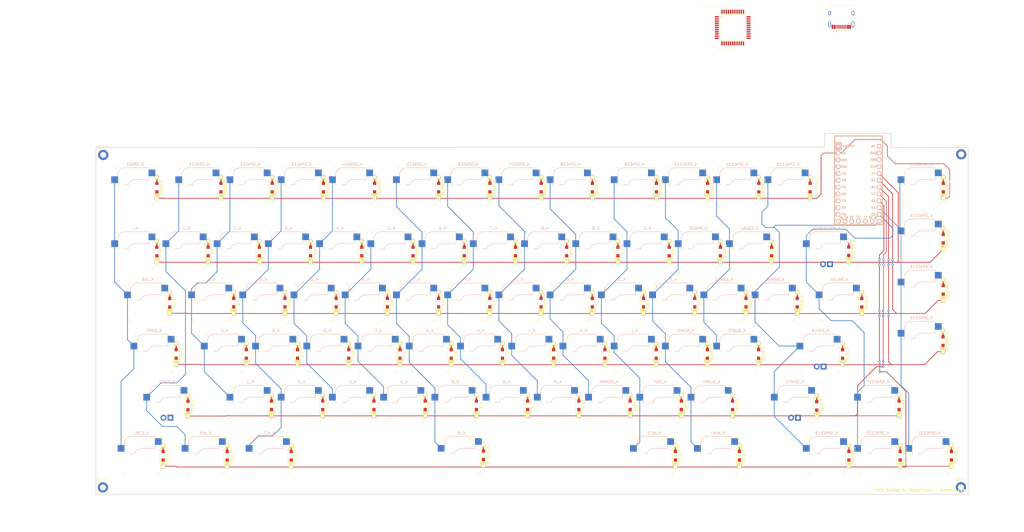
<source format=kicad_pcb>
(kicad_pcb (version 20211014) (generator pcbnew)
  (layers (0 "F.Cu" signal) (31 "B.Cu" signal) (34 "B.Paste" user) (35 "F.Paste" user) (36 "B.SilkS" user "B.Silkscreen") (37 "F.SilkS" user "F.Silkscreen") (38 "B.Mask" user) (39 "F.Mask" user) (44 "Edge.Cuts" user))
  (net 0 "")
  (net 1 "GND")
  (net 2 "/col16")
  (footprint "keyboard_parts:D_SOD123_axial" (layer "F.Cu") (at 232.32 140.95 90)
    (fp_text reference "D_5")
    (fp_text value "D" hide)
  )
  (footprint "keyboard_parts:D_SOD123_axial" (layer "F.Cu") (at 274.95 198.2 90)
    (fp_text reference "D_N")
    (fp_text value "D" hide)
  )
  (footprint "keyswitches:Kailh_socket_MX_led stab" (layer "F.Cu") (at 383.73625 178.68)
    (fp_text reference "K_ENTER")
    (fp_text value "KEYSW")
  )
  (footprint "keyboard_parts:D_SOD123_axial" (layer "F.Cu") (at 382.45 198.43 90)
    (fp_text reference "D_SHIFT1")
    (fp_text value "D" hide)
  )
  (footprint "keyboard_parts:D_SOD123_axial" (layer "F.Cu") (at 429.5075 117.17 90)
    (fp_text reference "D_SPACE13")
    (fp_text value "D" hide)
  )
  (footprint "keyboard_parts:D_SOD123_axial" (layer "F.Cu") (at 218.0525 117.17 90)
    (fp_text reference "D_SPACE4")
    (fp_text value "D" hide)
  )
  (footprint "keyswitches:Kailh_socket_MX" (layer "F.Cu") (at 290.8675 159.63)
    (fp_text reference "K_I")
    (fp_text value "KEYSW")
  )
  (footprint "keyswitches:Kailh_socket_MX" (layer "F.Cu") (at 338.4925 140.58)
    (fp_text reference "K_MINUS")
    (fp_text value "KEYSW")
  )
  (footprint "keyswitches:Kailh_socket_MX" (layer "F.Cu") (at 295.63 178.68)
    (fp_text reference "K_K")
    (fp_text value "KEYSW")
  )
  (footprint "keyswitches:Kailh_socket_MX" (layer "F.Cu") (at 243.2425 140.58)
    (fp_text reference "K_6")
    (fp_text value "KEYSW")
  )
  (footprint "keyboard_parts:D_SOD123_axial" (layer "F.Cu") (at 203.745 160 90)
    (fp_text reference "D_E")
    (fp_text value "D" hide)
  )
  (footprint "keyboard_parts:D_SOD123_axial" (layer "F.Cu") (at 170.33 179.1 90)
    (fp_text reference "D_A")
    (fp_text value "D" hide)
  )
  (footprint "keyboard_parts:D_SOD123_axial" (layer "F.Cu") (at 194.22 140.95 90)
    (fp_text reference "D_3")
    (fp_text value "D" hide)
  )
  (footprint "keyboard_parts:D_SOD123_axial" (layer "F.Cu") (at 251.37 140.95 90)
    (fp_text reference "D_6")
    (fp_text value "D" hide)
  )
  (footprint "keyboard_parts:D_SOD123_axial" (layer "F.Cu") (at 198.75 198.2 90)
    (fp_text reference "D_X")
    (fp_text value "D" hide)
  )
  (footprint "keyswitches:Kailh_socket_MX" (layer "F.Cu") (at 343.255 197.73)
    (fp_text reference "K_SLASH")
    (fp_text value "KEYSW")
  )
  (footprint "keyboard_parts:D_SOD123_axial" (layer "F.Cu") (at 298.995 160 90)
    (fp_text reference "D_I")
    (fp_text value "D" hide)
  )
  (footprint "keyboard_parts:D_SOD123_axial" (layer "F.Cu") (at 289.47 140.95 90)
    (fp_text reference "D_8")
    (fp_text value "D" hide)
  )
  (footprint "keyboard_parts:D_SOD123_axial" (layer "F.Cu") (at 227.48 179.1 90)
    (fp_text reference "D_F")
    (fp_text value "D" hide)
  )
  (footprint "keyswitches:Kailh_socket_MX" (layer "F.Cu") (at 195.6175 159.63)
    (fp_text reference "K_E")
    (fp_text value "KEYSW")
  )
  (footprint "keyboard_parts:D_SOD123_axial" (layer "F.Cu") (at 284.63 179.1 90)
    (fp_text reference "D_J")
    (fp_text value "D" hide)
  )
  (footprint "keyboard_parts:D_SOD123_axial" (layer "F.Cu") (at 429.4875 136.1875 90)
    (fp_text reference "D_SPACE14")
    (fp_text value "D" hide)
  )
  (footprint "keyswitches:Kailh_socket_MX" (layer "F.Cu") (at 257.53 178.68)
    (fp_text reference "K_H")
    (fp_text value "KEYSW")
  )
  (footprint "keyswitches:Kailh_socket_MX" (layer "F.Cu") (at 271.8175 116.7675)
    (fp_text reference "K_SPACE7")
    (fp_text value "KEYSW")
  )
  (footprint "keyboard_parts:D_SOD123_axial" (layer "F.Cu") (at 217.8 198.2 90)
    (fp_text reference "D_C")
    (fp_text value "D" hide)
  )
  (footprint "keyswitches:Kailh_socket_MX" (layer "F.Cu") (at 147.9925 140.58)
    (fp_text reference "K_1")
    (fp_text value "KEYSW")
  )
  (footprint "keyboard_parts:D_SOD123_axial" (layer "F.Cu") (at 137.07 140.95 90)
    (fp_text reference "D_`")
    (fp_text value "D" hide)
  )
  (footprint "keyswitches:Kailh_socket_MX" (layer "F.Cu") (at 271.8175 159.63)
    (fp_text reference "K_U")
    (fp_text value "KEYSW")
  )
  (footprint "keyswitches:Kailh_socket_MX" (layer "F.Cu") (at 390.88 159.63)
    (fp_text reference "K_BSLSH")
    (fp_text value "KEYSW")
  )
  (footprint "Keebio-Parts:ATMEGA32U4-AU" (layer "F.Cu") (at 351.2 57.6)
    (fp_text reference "ATMEGA32U4-AU")
    (fp_text value "MCU**")
  )
  (footprint "keyboard_parts:D_SOD123_axial" (layer "F.Cu") (at 165.645 160 90)
    (fp_text reference "D_Q")
    (fp_text value "D" hide)
  )
  (footprint "Connector_USB:USB_C_Receptacle_HRO_TYPE-C-31-M-12" (layer "F.Cu") (at 391.59 53.3 180)
    (fp_text reference "REF**")
    (fp_text value "USB_C_Receptacle_HRO_TYPE-C-31-M-12")
  )
  (footprint "keyboard_parts:D_SOD123_axial" (layer "F.Cu") (at 413.46 216.97 90)
    (fp_text reference "D_SPACE20")
    (fp_text value "D" hide)
  )
  (footprint "keyswitches:Kailh_socket_MX" (layer "F.Cu") (at 250.35 216.76)
    (fp_text reference "K_B")
    (fp_text value "KEYSW")
  )
  (footprint "keyswitches:Kailh_socket_MX" (layer "F.Cu") (at 309.9175 159.63)
    (fp_text reference "K_O")
    (fp_text value "KEYSW")
  )
  (footprint "keyboard_parts:D_SOD123_axial" (layer "F.Cu") (at 329.89 217 90)
    (fp_text reference "D_ALT1")
    (fp_text value "D" hide)
  )
  (footprint "keyswitches:Kailh_socket_MX" (layer "F.Cu") (at 176.5675 159.63)
    (fp_text reference "K_W")
    (fp_text value "KEYSW")
  )
  (footprint "keyswitches:Kailh_socket_MX" (layer "F.Cu") (at 319.4425 140.58)
    (fp_text reference "K_0")
    (fp_text value "KEYSW")
  )
  (footprint "keyswitches:Kailh_socket_MX" (layer "F.Cu") (at 136.08625 178.68)
    (fp_text reference "K_CAPS")
    (fp_text value "KEYSW")
  )
  (footprint "keyswitches:Kailh_socket_MX" (layer "F.Cu") (at 371.83 116.7675)
    (fp_text reference "K_SPACE12")
    (fp_text value "KEYSW")
  )
  (footprint "keyswitches:Kailh_socket_MX" (layer "F.Cu") (at 157.5175 159.63)
    (fp_text reference "K_Q")
    (fp_text value "KEYSW")
  )
  (footprint "keyswitches:Kailh_socket_MX" (layer "F.Cu") (at 214.6675 159.63)
    (fp_text reference "K_R")
    (fp_text value "KEYSW")
  )
  (footprint "keyboard_parts:D_SOD123_axial" (layer "F.Cu") (at 365.67 140.95 90)
    (fp_text reference "D_EQUAL")
    (fp_text value "D" hide)
  )
  (footprint "keyswitches:Kailh_socket_MX" (layer "F.Cu") (at 276.58 178.68)
    (fp_text reference "K_J")
    (fp_text value "KEYSW")
  )
  (footprint "keyboard_parts:D_SOD123_axial" (layer "F.Cu") (at 179.9525 117.17 90)
    (fp_text reference "D_SPACE2")
    (fp_text value "D" hide)
  )
  (footprint "keyswitches:Kailh_socket_MX" (layer "F.Cu") (at 328.9675 159.63)
    (fp_text reference "K_P")
    (fp_text value "KEYSW")
  )
  (footprint "keyswitches:Kailh_socket_MX" (layer "F.Cu") (at 200.38 178.68)
    (fp_text reference "K_D")
    (fp_text value "KEYSW")
  )
  (footprint "keyboard_parts:D_SOD123_axial" (layer "F.Cu") (at 144.25 179.07 90)
    (fp_text reference "D_CAPS")
    (fp_text value "D" hide)
  )
  (footprint "keyswitches:Kailh_socket_MX" (layer "F.Cu") (at 209.905 116.7675)
    (fp_text reference "K_SPACE4")
    (fp_text value "KEYSW")
  )
  (footprint "keyswitches:Kailh_socket_MX" (layer "F.Cu") (at 248.005 197.73)
    (fp_text reference "K_B")
    (fp_text value "KEYSW")
  )
  (footprint "keyswitches:Kailh_socket_MX" (layer "F.Cu") (at 324.205 197.73)
    (fp_text reference "K_DOT")
    (fp_text value "KEYSW")
  )
  (footprint "keyswitches:Kailh_socket_MX" (layer "F.Cu") (at 233.7175 116.7675)
    (fp_text reference "K_SPACE5")
    (fp_text value "KEYSW")
  )
  (footprint "keyboard_parts:D_SOD123_axial" (layer "F.Cu") (at 327.57 140.95 90)
    (fp_text reference "D_0")
    (fp_text value "D" hide)
  )
  (footprint "keyboard_parts:D_SOD123_axial" (layer "F.Cu") (at 303.68 179.1 90)
    (fp_text reference "D_K")
    (fp_text value "D" hide)
  )
  (footprint "keyboard_parts:D_SOD123_axial" (layer "F.Cu") (at 360.9275 117.17 90)
    (fp_text reference "D_SPACE11")
    (fp_text value "D" hide)
  )
  (footprint "keyboard_parts:D_SOD123_axial" (layer "F.Cu") (at 351.15 198.2 90)
    (fp_text reference "D_SLASH")
    (fp_text value "D" hide)
  )
  (footprint "keyboard_parts:D_SOD123_axial" (layer "F.Cu") (at 318.045 160 90)
    (fp_text reference "D_O")
    (fp_text value "D" hide)
  )
  (footprint "keyboard_parts:D_SOD123_axial" (layer "F.Cu") (at 341.78 179.1 90)
    (fp_text reference "D_SEMIC")
    (fp_text value "D" hide)
  )
  (footprint "keyboard_parts:D_SOD123_axial" (layer "F.Cu") (at 265.58 179.1 90)
    (fp_text reference "D_H")
    (fp_text value "D" hide)
  )
  (footprint "keyboard_parts:D_SOD123_axial" (layer "F.Cu") (at 294 198.2 90)
    (fp_text reference "D_M")
    (fp_text value "D" hide)
  )
  (footprint "keyboard_parts:D_SOD123_axial" (layer "F.Cu") (at 199.0025 117.17 90)
    (fp_text reference "D_SPACE3")
    (fp_text value "D" hide)
  )
  (footprint "keyswitches:Kailh_socket_MX" (layer "F.Cu") (at 181.33 178.68)
    (fp_text reference "K_S")
    (fp_text value "KEYSW")
  )
  (footprint "keyswitches:Kailh_socket_MX" (layer "F.Cu") (at 152.755 116.7675)
    (fp_text reference "K_SPACE1")
    (fp_text value "KEYSW")
  )
  (footprint "keyswitches:Kailh_socket_MX" (layer "F.Cu") (at 190.855 116.7675)
    (fp_text reference "K_SPACE3")
    (fp_text value "KEYSW")
  )
  (footprint "keyswitches:Kailh_socket_MX" (layer "F.Cu") (at 367.0675 159.63)
    (fp_text reference "K_OBRAC")
    (fp_text value "KEYSW")
  )
  (footprint "MountingHole:MountingHole_2.2mm_M2_DIN965_Pad" (layer "F.Cu") (at 117.11 105.01)
    (fp_text reference "REF**")
    (fp_text value "MountingHole_2.2mm_M2_DIN965_Pad")
  )
  (footprint "keyswitches:Kailh_socket_MX" (layer "F.Cu") (at 167.0425 140.58)
    (fp_text reference "K_2")
    (fp_text value "KEYSW")
  )
  (footprint "keyboard_parts:D_SOD123_axial" (layer "F.Cu") (at 360.83 179.1 90)
    (fp_text reference "D_QUOTE")
    (fp_text value "D" hide)
  )
  (footprint "keyboard_parts:D_SOD123_axial" (layer "F.Cu") (at 148.63 198.3 90)
    (fp_text reference "D_SHIFT")
    (fp_text value "D" hide)
  )
  (footprint "keyboard_parts:D_SOD123_axial" (layer "F.Cu") (at 394.41 216.97 90)
    (fp_text reference "D_SPACE19")
    (fp_text value "D" hide)
  )
  (footprint "keyboard_parts:D_SOD123_axial" (layer "F.Cu") (at 337.095 160 90)
    (fp_text reference "D_P")
    (fp_text value "D" hide)
  )
  (footprint "keyswitches:Kailh_socket_MX" (layer "F.Cu") (at 190.855 197.73)
    (fp_text reference "K_X")
    (fp_text value "KEYSW")
  )
  (footprint "keyboard_parts:D_SOD123_axial" (layer "F.Cu") (at 139.39 217 90)
    (fp_text reference "D_CTRL")
    (fp_text value "D" hide)
  )
  (footprint "keyswitches:Kailh_socket_MX" (layer "F.Cu") (at 186.0925 140.58)
    (fp_text reference "K_3")
    (fp_text value "KEYSW")
  )
  (footprint "keyswitches:Kailh_socket_MX" (layer "F.Cu") (at 155.13625 216.78)
    (fp_text reference "K_WIN")
    (fp_text value "KEYSW")
  )
  (footprint "keyboard_parts:D_SOD123_axial" (layer "F.Cu") (at 179.7 198.2 90)
    (fp_text reference "D_Z")
    (fp_text value "D" hide)
  )
  (footprint "keyswitches:Kailh_socket_MX" (layer "F.Cu") (at 178.94875 216.78)
    (fp_text reference "K_ALT")
    (fp_text value "KEYSW")
  )
  (footprint "keyboard_parts:D_SOD123_axial" (layer "F.Cu") (at 184.695 160 90)
    (fp_text reference "D_W")
    (fp_text value "D" hide)
  )
  (footprint "keyboard_parts:D_SOD123_axial" (layer "F.Cu") (at 299.015 117.17 90)
    (fp_text reference "D_SPACE8")
    (fp_text value "D" hide)
  )
  (footprint "keyswitches:Kailh_socket_MX" (layer "F.Cu") (at 405.1675 197.73)
    (fp_text reference "K_SPACE17")
    (fp_text value "KEYSW")
  )
  (footprint "keyboard_parts:D_SOD123_axial" (layer "F.Cu") (at 341.8775 117.17 90)
    (fp_text reference "D_SPACE10")
    (fp_text value "D" hide)
  )
  (footprint "keyboard_parts:D_SOD123_axial" (layer "F.Cu") (at 353.7025 217 90)
    (fp_text reference "D_WIN1")
    (fp_text value "D" hide)
  )
  (footprint "keyswitches:Kailh_socket_MX_led stab" (layer "F.Cu") (at 374.21125 197.73)
    (fp_text reference "K_SHIFT1")
    (fp_text value "KEYSW")
  )
  (footprint "keyboard_parts:D_SOD123_axial" (layer "F.Cu") (at 236.85 198.2 90)
    (fp_text reference "D_V")
    (fp_text value "D" hide)
  )
  (footprint "keyswitches:Kailh_socket_MX" (layer "F.Cu") (at 133.705 159.63)
    (fp_text reference "K_TAB")
    (fp_text value "KEYSW")
  )
  (footprint "keyboard_parts:D_SOD123_axial" (layer "F.Cu") (at 189.38 179.1 90)
    (fp_text reference "D_S")
    (fp_text value "D" hide)
  )
  (footprint "keyboard_parts:D_SOD123_axial" (layer "F.Cu") (at 246.53 179.1 90)
    (fp_text reference "D_G")
    (fp_text value "D" hide)
  )
  (footprint "keyboard_parts:D_SOD123_axial" (layer "F.Cu") (at 241.865 117.17 90)
    (fp_text reference "D_SPACE5")
    (fp_text value "D" hide)
  )
  (footprint "keyswitches:Kailh_socket_MX" (layer "F.Cu") (at 224.1925 140.58)
    (fp_text reference "K_5")
    (fp_text value "KEYSW")
  )
  (footprint "keyboard_parts:D_SOD123_axial" (layer "F.Cu") (at 258.5 216.79 90)
    (fp_text reference "D_SPACE18")
    (fp_text value "D" hide)
  )
  (footprint "keyboard_parts:D_SOD123_axial" (layer "F.Cu") (at 141.86 160.06 90)
    (fp_text reference "D_TAB")
    (fp_text value "D" hide)
  )
  (footprint "keyswitches:Kailh_socket_MX" (layer "F.Cu") (at 421.36 154.8675)
    (fp_text reference "K_SPACE15")
    (fp_text value "KEYSW")
  )
  (footprint "keyboard_parts:D_SOD123_axial" (layer "F.Cu") (at 260.895 160 90)
    (fp_text reference "D_Y")
    (fp_text value "D" hide)
  )
  (footprint "keyswitches:Kailh_socket_MX" (layer "F.Cu") (at 252.7675 116.7675)
    (fp_text reference "K_SPACE6")
    (fp_text value "KEYSW")
  )
  (footprint "keyswitches:Kailh_socket_MX" (layer "F.Cu") (at 209.905 197.73)
    (fp_text reference "K_C")
    (fp_text value "KEYSW")
  )
  (footprint "keyboard_parts:D_SOD123_axial" (layer "F.Cu") (at 175.17 140.95 90)
    (fp_text reference "D_2")
    (fp_text value "D" hide)
  )
  (footprint "MountingHole:MountingHole_2.2mm_M2_DIN965_Pad" (layer "F.Cu") (at 436.07 228.7)
    (fp_text reference "REF**")
    (fp_text value "MountingHole_2.2mm_M2_DIN965_Pad")
  )
  (footprint "MountingHole:MountingHole_2.2mm_M2_DIN965_Pad" (layer "F.Cu") (at 117.02 228.77)
    (fp_text reference "REF**")
    (fp_text value "MountingHole_2.2mm_M2_DIN965_Pad")
  )
  (footprint "keyboard_parts:D_SOD123_axial" (layer "F.Cu") (at 163.2025 217 90)
    (fp_text reference "D_WIN")
    (fp_text value "D" hide)
  )
  (footprint "keyboard_parts:D_SOD123_axial" (layer "F.Cu") (at 255.9 198.2 90)
    (fp_text reference "D_B")
    (fp_text value "D" hide)
  )
  (footprint "keyswitches:Kailh_socket_MX" (layer "F.Cu") (at 421.36 116.7675)
    (fp_text reference "K_SPACE13")
    (fp_text value "KEYSW")
  )
  (footprint "keyboard_parts:D_SOD123_axial" (layer "F.Cu") (at 356.145 160 90)
    (fp_text reference "D_CBRAC")
    (fp_text value "D" hide)
  )
  (footprint "keyswitches:Kailh_socket_MX" (layer "F.Cu") (at 421.36 173.9175)
    (fp_text reference "K_SPACE16")
    (fp_text value "KEYSW")
  )
  (footprint "keyswitches:Kailh_socket_MX" (layer "F.Cu") (at 171.805 116.7675)
    (fp_text reference "K_SPACE2")
    (fp_text value "KEYSW")
  )
  (footprint "keyboard_parts:D_SOD123_axial" (layer "F.Cu") (at 332.1 198.2 90)
    (fp_text reference "D_DOT")
    (fp_text value "D" hide)
  )
  (footprint "keyswitches:Kailh_socket_MX" (layer "F.Cu") (at 314.68 116.7675)
    (fp_text reference "K_SPACE9")
    (fp_text value "KEYSW")
  )
  (footprint "keyswitches:Kailh_socket_MX" (layer "F.Cu") (at 352.78 116.7675)
    (fp_text reference "K_SPACE11")
    (fp_text value "KEYSW")
  )
  (footprint "keyswitches:Kailh_socket_MX" (layer "F.Cu") (at 421.36 135.8175)
    (fp_text reference "K_SPACE14")
    (fp_text value "KEYSW")
  )
  (footprint "keyboard_parts:D_SOD123_axial" (layer "F.Cu") (at 241.845 160 90)
    (fp_text reference "D_T")
    (fp_text value "D" hide)
  )
  (footprint "keyswitches:Kailh_socket_MX" (layer "F.Cu") (at 424.2175 216.78)
    (fp_text reference "K_SPACE21")
    (fp_text value "KEYSW")
  )
  (footprint "keyboard_parts:D_SOD123_axial" (layer "F.Cu") (at 208.43 179.1 90)
    (fp_text reference "D_D")
    (fp_text value "D" hide)
  )
  (footprint "keyswitches:Kailh_socket_MX" (layer "F.Cu") (at 262.2925 140.58)
    (fp_text reference "K_7")
    (fp_text value "KEYSW")
  )
  (footprint "keyswitches:Kailh_socket_MX" (layer "F.Cu") (at 290.8675 116.7675)
    (fp_text reference "K_SPACE8")
    (fp_text value "KEYSW")
  )
  (footprint "MountingHole:MountingHole_2.2mm_M2_DIN965_Pad" (layer "F.Cu") (at 436.18 104.79)
    (fp_text reference "REF**")
    (fp_text value "MountingHole_2.2mm_M2_DIN965_Pad")
  )
  (footprint "keyswitches:Kailh_socket_MX" (layer "F.Cu") (at 352.78 178.68)
    (fp_text reference "K_QUOTE")
    (fp_text value "KEYSW")
  )
  (footprint "keyboard_parts:D_SOD123_axial" (layer "F.Cu") (at 137.09 117.17 90)
    (fp_text reference "D_SPACE")
    (fp_text value "D" hide)
  )
  (footprint "keyswitches:Kailh_socket_MX" (layer "F.Cu") (at 357.5425 140.58)
    (fp_text reference "K_EQUAL")
    (fp_text value "KEYSW")
  )
  (footprint "keyswitches:Kailh_socket_MX" (layer "F.Cu") (at 314.68 178.68)
    (fp_text reference "K_L")
    (fp_text value "KEYSW")
  )
  (footprint "keyswitches:Kailh_socket_MX" (layer "F.Cu") (at 228.955 197.73)
    (fp_text reference "K_V")
    (fp_text value "KEYSW")
  )
  (footprint "keyboard_parts:D_SOD123_axial" (layer "F.Cu") (at 392.06 179.1 90)
    (fp_text reference "D_ENTER")
    (fp_text value "D" hide)
  )
  (footprint "keyboard_parts:D_SOD123_axial" (layer "F.Cu") (at 156.12 140.95 90)
    (fp_text reference "D_1")
    (fp_text value "D" hide)
  )
  (footprint "keyboard_parts:D_SOD123_axial" (layer "F.Cu") (at 279.965 117.17 90)
    (fp_text reference "D_SPACE7")
    (fp_text value "D" hide)
  )
  (footprint "keyswitches:Kailh_socket_MX" (layer "F.Cu") (at 345.63625 216.78)
    (fp_text reference "K_WIN1")
    (fp_text value "KEYSW")
  )
  (footprint "keyboard_parts:D_SOD123_axial" (layer "F.Cu") (at 222.795 160 90)
    (fp_text reference "D_R")
    (fp_text value "D" hide)
  )
  (footprint "keyswitches:Kailh_socket_MX" (layer "F.Cu") (at 171.805 197.73)
    (fp_text reference "K_Z")
    (fp_text value "KEYSW")
  )
  (footprint "keyboard_parts:D_SOD123_axial" (layer "F.Cu") (at 413.0625 198.2 90)
    (fp_text reference "D_SPACE17")
    (fp_text value "D" hide)
  )
  (footprint "keyswitches:Kailh_socket_MX" (layer "F.Cu") (at 321.82375 216.78)
    (fp_text reference "K_ALT1")
    (fp_text value "KEYSW")
  )
  (footprint "keyswitches:Kailh_socket_MX_led stab" (layer "F.Cu") (at 140.84875 197.73)
    (fp_text reference "K_SHIFT")
    (fp_text value "KEYSW")
  )
  (footprint "keyboard_parts:D_SOD123_axial" (layer "F.Cu") (at 313.05 198.2 90)
    (fp_text reference "D_COMMA")
    (fp_text value "D" hide)
  )
  (footprint "keyboard_parts:D_SOD123_axial" (layer "F.Cu") (at 213.27 140.95 90)
    (fp_text reference "D_4")
    (fp_text value "D" hide)
  )
  (footprint "keyboard_parts:D_SOD123_axial" (layer "F.Cu") (at 394.34 140.87 90)
    (fp_text reference "D_BACKSPACE")
    (fp_text value "D" hide)
  )
  (footprint "keyswitches:Kailh_socket_MX" (layer "F.Cu") (at 267.055 197.73)
    (fp_text reference "K_N")
    (fp_text value "KEYSW")
  )
  (footprint "keyboard_parts:D_SOD123_axial" (layer "F.Cu") (at 429.4875 155.2375 90)
    (fp_text reference "D_SPACE15")
    (fp_text value "D" hide)
  )
  (footprint "keyboard_parts:D_SOD123_axial" (layer "F.Cu") (at 270.42 140.95 90)
    (fp_text reference "D_7")
    (fp_text value "D" hide)
  )
  (footprint "keyswitches:Kailh_socket_MX" (layer "F.Cu") (at 386.1175 216.78)
    (fp_text reference "K_SPACE19")
    (fp_text value "KEYSW")
  )
  (footprint "marbastlib-mx:STAB_MX_6u" (layer "F.Cu") (at 250.38625 216.78)
    (fp_text reference "K_SPACE18" hide)
    (fp_text value "KEYSW")
  )
  (footprint "keyswitches:Kailh_socket_MX" (layer "F.Cu") (at 131.32375 216.78)
    (fp_text reference "K_CTRL")
    (fp_text value "KEYSW")
  )
  (footprint "keyswitches:Kailh_socket_MX" (layer "F.Cu") (at 333.73 116.7675)
    (fp_text reference "K_SPACE10")
    (fp_text value "KEYSW")
  )
  (footprint "keyboard_parts:D_SOD123_axial" (layer "F.Cu") (at 429.41 174.3375 90)
    (fp_text reference "D_SPACE16")
    (fp_text value "D" hide)
  )
  (footprint "keyboard_parts:D_SOD123_axial" (layer "F.Cu") (at 379.9775 117.17 90)
    (fp_text reference "D_SPACE12")
    (fp_text value "D" hide)
  )
  (footprint "keyswitches:Kailh_socket_MX" (layer "F.Cu") (at 333.73 178.68)
    (fp_text reference "K_SEMIC")
    (fp_text value "KEYSW")
  )
  (footprint "keyswitches:Kailh_socket_MX" (layer "F.Cu") (at 305.155 197.73)
    (fp_text reference "K_COMMA")
    (fp_text value "KEYSW")
  )
  (footprint "keyswitches:Kailh_socket_MX" (layer "F.Cu") (at 233.7175 159.63)
    (fp_text reference "K_T")
    (fp_text value "KEYSW")
  )
  (footprint "keyboard_parts:D_SOD123_axial" (layer "F.Cu") (at 322.73 179.1 90)
    (fp_text reference "D_L")
    (fp_text value "D" hide)
  )
  (footprint "keyboard_parts:D_SOD123_axial" (layer "F.Cu") (at 322.8275 117.17 90)
    (fp_text reference "D_SPACE9")
    (fp_text value "D" hide)
  )
  (footprint "keyswitches:Kailh_socket_MX" (layer "F.Cu") (at 205.1425 140.58)
    (fp_text reference "K_4")
    (fp_text value "KEYSW")
  )
  (footprint "keyswitches:Kailh_socket_MX" (layer "F.Cu") (at 405.1675 216.78)
    (fp_text reference "K_SPACE20")
    (fp_text value "KEYSW")
  )
  (footprint "keyboard_parts:D_SOD123_axial" (layer "F.Cu") (at 375.195 160 90)
    (fp_text reference "D_OBRAC")
    (fp_text value "D" hide)
  )
  (footprint "keyboard_parts:D_SOD123_axial" (layer "F.Cu") (at 399.2 160.03 90)
    (fp_text reference "D_BSLSH")
    (fp_text value "D" hide)
  )
  (footprint "keyswitches:Kailh_socket_MX" (layer "F.Cu") (at 286.105 197.73)
    (fp_text reference "K_M")
    (fp_text value "KEYSW")
  )
  (footprint "keyboard_parts:D_SOD123_axial" (layer "F.Cu") (at 187.015 217 90)
    (fp_text reference "D_ALT")
    (fp_text value "D" hide)
  )
  (footprint "keyboard_parts:D_SOD123_axial" (layer "F.Cu") (at 279.945 160 90)
    (fp_text reference "D_U")
    (fp_text value "D" hide)
  )
  (footprint "keyswitches:Kailh_socket_MX" (layer "F.Cu") (at 128.9425 116.7675)
    (fp_text reference "K_SPACE")
    (fp_text value "KEYSW")
  )
  (footprint "keyboard_parts:D_SOD123_axial" (layer "F.Cu") (at 308.52 140.95 90)
    (fp_text reference "D_9")
    (fp_text value "D" hide)
  )
  (footprint "keyboard_parts:D_SOD123_axial" (layer "F.Cu") (at 432.51 216.97 90)
    (fp_text reference "D_SPACE21")
    (fp_text value "D" hide)
  )
  (footprint "keyboard_parts:D_SOD123_axial" (layer "F.Cu") (at 346.62 140.95 90)
    (fp_text reference "D_MINUS")
    (fp_text value "D" hide)
  )
  (footprint "keyswitches:Kailh_socket_MX" (layer "F.Cu") (at 348.0175 159.63)
    (fp_text reference "K_CBRAC")
    (fp_text value "KEYSW")
  )
  (footprint "keyswitches:Kailh_socket_MX" (layer "F.Cu") (at 281.3425 140.58)
    (fp_text reference "K_8")
    (fp_text value "KEYSW")
  )
  (footprint "keyswitches:Kailh_socket_MX" (layer "F.Cu") (at 219.43 178.68)
    (fp_text reference "K_F")
    (fp_text value "KEYSW")
  )
  (footprint "keyswitches:Kailh_socket_MX" (layer "F.Cu") (at 252.7675 159.63)
    (fp_text reference "K_Y")
    (fp_text value "KEYSW")
  )
  (footprint "keyswitches:Kailh_socket_MX" (layer "F.Cu") (at 300.3925 140.58)
    (fp_text reference "K_9")
    (fp_text value "KEYSW")
  )
  (footprint "keyboard_parts:D_SOD123_axial" (layer "F.Cu") (at 260.915 117.17 90)
    (fp_text reference "D_SPACE6")
    (fp_text value "D" hide)
  )
  (footprint "keyboard_parts:D_SOD123_axial" (layer "F.Cu") (at 160.9025 117.17 90)
    (fp_text reference "D_SPACE1")
    (fp_text value "D" hide)
  )
  (footprint "keyswitches:Kailh_socket_MX" (layer "F.Cu") (at 162.28 178.68)
    (fp_text reference "K_A")
    (fp_text value "KEYSW")
  )
  (footprint "keyswitches:Kailh_socket_MX" (layer "F.Cu") (at 128.9425 140.58)
    (fp_text reference "K_`")
    (fp_text value "KEYSW")
  )
  (footprint "keyswitches:Kailh_socket_MX_led stab" (layer "F.Cu") (at 386.1175 140.58)
    (fp_text reference "K_BACKSPACE")
    (fp_text value "KEYSW")
  )
  (footprint "keyswitches:Kailh_socket_MX" (layer "F.Cu") (at 238.48 178.68)
    (fp_text reference "K_G")
    (fp_text value "KEYSW")
  )
  (footprint "Keebio-Parts:Elite-C" (layer "F.Cu") (at 398 115.74 -90)
    (fp_text reference "U1" hide)
    (fp_text value "Elite-C" hide)
  )
  (gr_line (start 385.36 97.04) (end 410.1 97.02) (layer "Edge.Cuts") (width 0.2))
  (gr_line (start 410.09 97.04) (end 410.09 102.27) (layer "Edge.Cuts") (width 0.2))
  (gr_arc (start 438.7425 231.305) (mid 438.7425 231.305) (end 438.7425 231.305) (layer "Edge.Cuts") (width 0.2))
  (gr_arc (start 114.4175 102.2425) (mid 114.4175 102.2425) (end 114.4175 102.2425) (layer "Edge.Cuts") (width 0.2))
  (gr_arc (start 114.4175 231.305) (mid 114.4175 231.305) (end 114.4175 231.305) (layer "Edge.Cuts") (width 0.2))
  (gr_line (start 438.7425 102.2425) (end 438.7425 231.305) (layer "Edge.Cuts") (width 0.2))
  (gr_line (start 410.08 102.27) (end 438.7425 102.2425) (layer "Edge.Cuts") (width 0.2))
  (gr_line (start 385.36 102.19) (end 114.4175 102.2425) (layer "Edge.Cuts") (width 0.2))
  (gr_line (start 114.4175 231.305) (end 114.4175 102.2425) (layer "Edge.Cuts") (width 0.2))
  (gr_line (start 438.7425 231.305) (end 114.4175 231.305) (layer "Edge.Cuts") (width 0.2))
  (gr_line (start 385.36 102.19) (end 385.36 97.04) (layer "Edge.Cuts") (width 0.2))
  (gr_text "PCB Builder by MisterKeebs - mrkeebs.com" (at 438.2425 229.805) (layer "F.SilkS") (effects (font (size 1 1) (thickness 0.3)) (justify right)))
  (segment (start 396.6 99.27) (end 391.56 104.31) (width 0.2) (layer "F.Cu") (net 0))
  (segment (start 412.13 164.03) (end 422.71 164.03) (width 0.25) (layer "F.Cu") (net 0))
  (segment (start 431.26 121.07) (end 431.91 120.42) (width 0.2) (layer "F.Cu") (net 0))
  (segment (start 405.87 185.75) (end 408.43 185.75) (width 0.25) (layer "F.Cu") (net 0))
  (segment (start 408.71 101.7) (end 406.28 99.27) (width 0.2) (layer "F.Cu") (net 0))
  (segment (start 138.87 121.07) (end 138.9675 121.1675) (width 0.25) (layer "F.Cu") (net 0))
  (segment (start 385.01 104.31) (end 384.06 105.26) (width 0.2) (layer "F.Cu") (net 0))
  (segment (start 162.78 202.13) (end 162.71 202.2) (width 0.25) (layer "F.Cu") (net 0))
  (segment (start 415.58 221.18) (end 144.53 221.18) (width 0.25) (layer "F.Cu") (net 0))
  (segment (start 391.56 104.31) (end 390.38 104.31) (width 0.2) (layer "F.Cu") (net 0))
  (segment (start 407.07 163.02) (end 407.27 162.82) (width 0.2) (layer "F.Cu") (net 0))
  (segment (start 412.13 164.03) (end 410.68 162.58) (width 0.25) (layer "F.Cu") (net 0))
  (segment (start 432.51 220.87) (end 413.46 220.87) (width 0.2) (layer "F.Cu") (net 0))
  (segment (start 409.18 144.04) (end 409.18 120.57) (width 0.25) (layer "F.Cu") (net 0))
  (segment (start 410.24 183.08) (end 422.53 183.08) (width 0.25) (layer "F.Cu") (net 0))
  (segment (start 162.71 202.2) (end 148.63 202.2) (width 0.25) (layer "F.Cu") (net 0))
  (segment (start 413.0625 202.1) (end 394.92 202.1) (width 0.2) (layer "F.Cu") (net 0))
  (segment (start 384.06 105.26) (end 384.06 106.31) (width 0.2) (layer "F.Cu") (net 0))
  (segment (start 406.28 99.27) (end 396.6 99.27) (width 0.2) (layer "F.Cu") (net 0))
  (segment (start 410.68 162.58) (end 410.68 145.86) (width 0.25) (layer "F.Cu") (net 0))
  (segment (start 422.71 164.03) (end 427.6025 159.1375) (width 0.25) (layer "F.Cu") (net 0))
  (segment (start 427.3725 178.2375) (end 429.41 178.2375) (width 0.25) (layer "F.Cu") (net 0))
  (segment (start 148.4225 163.96) (end 141.86 163.96) (width 0.25) (layer "F.Cu") (net 0))
  (segment (start 144.25 220.9) (end 139.39 220.9) (width 0.25) (layer "F.Cu") (net 0))
  (segment (start 148.4925 164.03) (end 148.4225 163.96) (width 0.25) (layer "F.Cu") (net 0))
  (segment (start 427.6025 159.1375) (end 429.4875 159.1375) (width 0.25) (layer "F.Cu") (net 0))
  (segment (start 412.76 119.07) (end 405.62 111.93) (width 0.25) (layer "F.Cu") (net 0))
  (segment (start 412.76 144.98) (end 412.76 119.07) (width 0.25) (layer "F.Cu") (net 0))
  (segment (start 138.9675 121.1675) (end 382.491396 121.1675) (width 0.25) (layer "F.Cu") (net 0))
  (segment (start 408.71 105.45) (end 408.71 101.7) (width 0.2) (layer "F.Cu") (net 0))
  (segment (start 397.65 201.28) (end 397.65 190.84) (width 0.25) (layer "F.Cu") (net 0))
  (segment (start 138.9675 144.98) (end 138.8375 144.85) (width 0.25) (layer "F.Cu") (net 0))
  (segment (start 422.53 183.08) (end 427.3725 178.2375) (width 0.25) (layer "F.Cu") (net 0))
  (segment (start 424.595 144.98) (end 429.4875 140.0875) (width 0.25) (layer "F.Cu") (net 0))
  (segment (start 409.18 120.57) (end 405.62 117.01) (width 0.25) (layer "F.Cu") (net 0))
  (segment (start 144.53 221.18) (end 144.25 220.9) (width 0.25) (layer "F.Cu") (net 0))
  (segment (start 397.65 190.84) (end 404.64 183.85) (width 0.25) (layer "F.Cu") (net 0))
  (segment (start 410.24 183.08) (end 153.255 183.08) (width 0.25) (layer "F.Cu") (net 0))
  (segment (start 408.34 141.14) (end 408.34 122.27) (width 0.2) (layer "F.Cu") (net 0))
  (segment (start 137.09 121.07) (end 138.87 121.07) (width 0.25) (layer "F.Cu") (net 0))
  (segment (start 409.16 182) (end 410.24 183.08) (width 0.25) (layer "F.Cu") (net 0))
  (segment (start 405.78 165.06) (end 405.76 165.04) (width 0.25) (layer "F.Cu") (net 0))
  (segment (start 411.56 108.3) (end 408.71 105.45) (width 0.2) (layer "F.Cu") (net 0))
  (segment (start 405.78 181.98) (end 405.78 165.06) (width 0.25) (layer "F.Cu") (net 0))
  (segment (start 404.64 183.85) (end 407.16 183.85) (width 0.25) (layer "F.Cu") (net 0))
  (segment (start 431.91 120.42) (end 431.91 110.54) (width 0.2) (layer "F.Cu") (net 0))
  (segment (start 394.92 202.1) (end 394.89 202.13) (width 0.2) (layer "F.Cu") (net 0))
  (segment (start 396.8 202.13) (end 397.65 201.28) (width 0.25) (layer "F.Cu") (net 0))
  (segment (start 409.18 145.92) (end 409.18 163.01) (width 0.25) (layer "F.Cu") (net 0))
  (segment (start 390.38 104.31) (end 385.01 104.31) (width 0.2) (layer "F.Cu") (net 0))
  (segment (start 415.58 192.9) (end 415.58 221.18) (width 0.25) (layer "F.Cu") (net 0))
  (segment (start 410.64 119.49) (end 405.62 114.47) (width 0.25) (layer "F.Cu") (net 0))
  (segment (start 405.77 163.03) (end 405.77 145.93) (width 0.25) (layer "F.Cu") (net 0))
  (segment (start 153.145 182.97) (end 144.25 182.97) (width 0.25) (layer "F.Cu") (net 0))
  (segment (start 410.64 144.1) (end 410.64 119.49) (width 0.25) (layer "F.Cu") (net 0))
  (segment (start 407.14 181.91) (end 407.14 164.99) (width 0.2) (layer "F.Cu") (net 0))
  (segment (start 407.4 123.87) (end 405.62 122.09) (width 0.25) (layer "F.Cu") (net 0))
  (segment (start 407.27 143.99) (end 407.27 142.21) (width 0.2) (layer "F.Cu") (net 0))
  (segment (start 153.255 183.08) (end 153.145 182.97) (width 0.25) (layer "F.Cu") (net 0))
  (segment (start 409.18 163.01) (end 409.16 163.03) (width 0.25) (layer "F.Cu") (net 0))
  (segment (start 408.34 122.27) (end 405.62 119.55) (width 0.2) (layer "F.Cu") (net 0))
  (segment (start 408.43 185.75) (end 415.58 192.9) (width 0.25) (layer "F.Cu") (net 0))
  (segment (start 405.77 143.97) (end 405.77 142.26) (width 0.25) (layer "F.Cu") (net 0))
  (segment (start 407.4 140.63) (end 407.4 123.87) (width 0.25) (layer "F.Cu") (net 0))
  (segment (start 407.27 142.21) (end 408.34 141.14) (width 0.2) (layer "F.Cu") (net 0))
  (segment (start 138.9675 144.98) (end 412.76 144.98) (width 0.25) (layer "F.Cu") (net 0))
  (segment (start 409.16 164.87) (end 409.16 182) (width 0.25) (layer "F.Cu") (net 0))
  (segment (start 431.91 110.54) (end 429.67 108.3) (width 0.2) (layer "F.Cu") (net 0))
  (segment (start 148.4925 164.03) (end 412.13 164.03) (width 0.25) (layer "F.Cu") (net 0))
  (segment (start 384.06 119.598896) (end 384.06 106.31) (width 0.25) (layer "F.Cu") (net 0))
  (segment (start 396.8 202.13) (end 394.89 202.13) (width 0.25) (layer "F.Cu") (net 0))
  (segment (start 412.76 144.98) (end 424.09 144.98) (width 0.25) (layer "F.Cu") (net 0))
  (segment (start 429.5075 121.07) (end 431.26 121.07) (width 0.2) (layer "F.Cu") (net 0))
  (segment (start 407.14 164.99) (end 407.15 164.98) (width 0.2) (layer "F.Cu") (net 0))
  (segment (start 424.09 144.98) (end 424.595 144.98) (width 0.25) (layer "F.Cu") (net 0))
  (segment (start 429.67 108.3) (end 411.56 108.3) (width 0.2) (layer "F.Cu") (net 0))
  (segment (start 405.77 142.26) (end 407.4 140.63) (width 0.25) (layer "F.Cu") (net 0))
  (segment (start 394.89 202.13) (end 162.78 202.13) (width 0.25) (layer "F.Cu") (net 0))
  (segment (start 138.8375 144.85) (end 137.07 144.85) (width 0.25) (layer "F.Cu") (net 0))
  (segment (start 409.17 145.93) (end 409.18 145.92) (width 0.25) (layer "F.Cu") (net 0))
  (segment (start 384.06 106.04) (end 384.06 106.31) (width 0.25) (layer "F.Cu") (net 0))
  (segment (start 407.27 162.82) (end 407.27 145.88) (width 0.2) (layer "F.Cu") (net 0))
  (segment (start 382.491396 121.1675) (end 384.06 119.598896) (width 0.25) (layer "F.Cu") (net 0))
  (via (at 407.14 181.91) (size 0.8) (drill 0.4) (layers "F.Cu" "B.Cu") (net 0))
  (via (at 405.77 145.93) (size 0.8) (drill 0.4) (layers "F.Cu" "B.Cu") (net 0))
  (via (at 405.87 185.75) (size 0.8) (drill 0.4) (layers "F.Cu" "B.Cu") (net 0))
  (via (at 407.15 164.98) (size 0.8) (drill 0.4) (layers "F.Cu" "B.Cu") (net 0))
  (via (at 405.77 143.97) (size 0.8) (drill 0.4) (layers "F.Cu" "B.Cu") (net 0))
  (via (at 407.16 183.85) (size 0.8) (drill 0.4) (layers "F.Cu" "B.Cu") (net 0))
  (via (at 407.27 145.88) (size 0.8) (drill 0.4) (layers "F.Cu" "B.Cu") (net 0))
  (via (at 405.76 165.04) (size 0.8) (drill 0.4) (layers "F.Cu" "B.Cu") (net 0))
  (via (at 407.27 143.99) (size 0.8) (drill 0.4) (layers "F.Cu" "B.Cu") (net 0))
  (via (at 410.64 144.1) (size 0.8) (drill 0.4) (layers "F.Cu" "B.Cu") (net 0))
  (via (at 409.16 164.87) (size 0.8) (drill 0.4) (layers "F.Cu" "B.Cu") (net 0))
  (via (at 409.16 163.03) (size 0.8) (drill 0.4) (layers "F.Cu" "B.Cu") (net 0))
  (via (at 409.18 145.92) (size 0.8) (drill 0.4) (layers "F.Cu" "B.Cu") (net 0))
  (via (at 407.07 163.02) (size 0.8) (drill 0.4) (layers "F.Cu" "B.Cu") (net 0))
  (via (at 409.18 144.04) (size 0.8) (drill 0.4) (layers "F.Cu" "B.Cu") (net 0))
  (via (at 410.68 145.86) (size 0.8) (drill 0.4) (layers "F.Cu" "B.Cu") (net 0))
  (via (at 405.77 163.03) (size 0.8) (drill 0.4) (layers "F.Cu" "B.Cu") (net 0))
  (via (at 405.78 181.98) (size 0.8) (drill 0.4) (layers "F.Cu" "B.Cu") (net 0))
  (segment (start 149.9575 157.09) (end 149.9575 171.3775) (width 0.25) (layer "B.Cu") (net 0))
  (segment (start 335.695 211.85875) (end 338.07625 214.24) (width 0.25) (layer "B.Cu") (net 0))
  (segment (start 407.15 164.98) (end 407.15 163.1) (width 0.2) (layer "B.Cu") (net 0))
  (segment (start 183.295 114.2275) (end 183.295 133.2775) (width 0.25) (layer "B.Cu") (net 0))
  (segment (start 128.52625 184.57375) (end 123.76375 189.33625) (width 0.25) (layer "B.Cu") (net 0))
  (segment (start 211.87 176.14) (end 211.87 181.76) (width 0.25) (layer "B.Cu") (net 0))
  (segment (start 366.72 132.02) (end 368.53 133.83) (width 0.25) (layer "B.Cu") (net 0))
  (segment (start 139.16 206.07) (end 144.49 206.07) (width 0.25) (layer "B.Cu") (net 0))
  (segment (start 273.7825 133.9375) (end 273.7825 138.04) (width 0.25) (layer "B.Cu") (net 0))
  (segment (start 269.02 176.14) (end 269.02 179.58) (width 0.25) (layer "B.Cu") (net 0))
  (segment (start 288.07 170.86) (end 288.07 176.14) (width 0.25) (layer "B.Cu") (net 0))
  (segment (start 154.72 176.14) (end 154.72 185.665) (width 0.25) (layer "B.Cu") (net 0))
  (segment (start 404.135 131.195) (end 405.62 129.71) (width 0.25) (layer "B.Cu") (net 0))
  (segment (start 133.28875 200.19875) (end 139.16 206.07) (width 0.25) (layer "B.Cu") (net 0))
  (segment (start 235.6825 138.04) (end 235.6825 147.565) (width 0.25) (layer "B.Cu") (net 0))
  (segment (start 269.02 171.53) (end 269.02 176.14) (width 0.25) (layer "B.Cu") (net 0))
  (segment (start 410.75 132.3) (end 410.75 134.95) (width 0.25) (layer "B.Cu") (net 0))
  (segment (start 273.7825 147.565) (end 264.2575 157.09) (width 0.25) (layer "B.Cu") (net 0))
  (segment (start 207.1075 157.09) (end 207.1075 167.6975) (width 0.25) (layer "B.Cu") (net 0))
  (segment (start 264.2575 166.7675) (end 269.02 171.53) (width 0.25) (layer "B.Cu") (net 0))
  (segment (start 183.295 206.405) (end 180.11 209.59) (width 0.25) (layer "B.Cu") (net 0))
  (segment (start 366.65125 185.665) (end 376.17625 176.14) (width 0.25) (layer "B.Cu") (net 0))
  (segment (start 245.2075 114.2275) (end 245.2075 124.1375) (width 0.25) (layer "B.Cu") (net 0))
  (segment (start 221.395 191.285) (end 221.395 195.19) (width 0.25) (layer "B.Cu") (net 0))
  (segment (start 330.9325 138.04) (end 330.9325 147.565) (width 0.25) (layer "B.Cu") (net 0))
  (segment (start 240.445 211.875) (end 242.79 214.22) (width 0.25) (layer "B.Cu") (net 0))
  (segment (start 368.44 176.14) (end 359.5075 167.2075) (width 0.25) (layer "B.Cu") (net 0))
  (segment (start 297.595 189.035) (end 297.595 195.19) (width 0.25) (layer "B.Cu") (net 0))
  (segment (start 359.5075 155.8325) (end 359.5075 157.09) (width 0.25) (layer "B.Cu") (net 0))
  (segment (start 178.5325 138.04) (end 178.5325 147.565) (width 0.25) (layer "B.Cu") (net 0))
  (segment (start 144.49 189.87) (end 138.60875 189.87) (width 0.25) (layer "B.Cu") (net 0))
  (segment (start 345.22 172.08) (end 345.22 176.14) (width 0.25) (layer "B.Cu") (net 0))
  (segment (start 264.2575 123.9175) (end 274.03 133.69) (width 0.25) (layer "B.Cu") (net 0))
  (segment (start 367.095 131.195) (end 366.27 132.02) (width 0.25) (layer "B.Cu") (net 0))
  (segment (start 207.1075 167.6975) (end 211.87 172.46) (width 0.25) (layer "B.Cu") (net 0))
  (segment (start 254.7325 138.04) (end 254.7325 147.565) (width 0.25) (layer "B.Cu") (net 0))
  (segment (start 307.12 178.55) (end 316.645 188.075) (width 0.25) (layer "B.Cu") (net 0))
  (segment (start 188.0575 157.09) (end 188.0575 167.6575) (width 0.25) (layer "B.Cu") (net 0))
  (segment (start 326.17 182) (end 335.695 191.525) (width 0.25) (layer "B.Cu") (net 0))
  (segment (start 173.77 172.25) (end 173.77 176.14) (width 0.25) (layer "B.Cu") (net 0))
  (segment (start 121.3825 114.2275) (end 121.3825 152.3275) (width 0.25) (layer "B.Cu") (net 0))
  (segment (start 288.07 176.14) (end 288.07 179.51) (width 0.25) (layer "B.Cu") (net 0))
  (segment (start 316.645 188.075) (end 316.645 195.19) (width 0.25) (layer "B.Cu") (net 0))
  (segment (start 123.76375 189.33625) (end 123.76375 214.24) (width 0.25) (layer "B.Cu") (net 0))
  (segment (start 407.16 181.93) (end 407.14 181.91) (width 0.2) (layer "B.Cu") (net 0))
  (segment (start 405.77 145.93) (end 405.77 143.97) (width 0.25) (layer "B.Cu") (net 0))
  (segment (start 264.2575 114.2275) (end 264.2575 123.9175) (width 0.25) (layer "B.Cu") (net 0))
  (segment (start 366.27 132.02) (end 366.72 132.02) (width 0.25) (layer "B.Cu") (net 0))
  (segment (start 183.295 195.19) (end 183.295 206.405) (width 0.25) (layer "B.Cu") (net 0))
  (segment (start 405.62 124.63) (end 413.375 132.385) (width 0.2) (layer "B.Cu") (net 0))
  (segment (start 405.76 165.04) (end 405.76 163.04) (width 0.25) (layer "B.Cu") (net 0))
  (segment (start 169.0075 167.4875) (end 173.77 172.25) (width 0.25) (layer "B.Cu") (net 0))
  (segment (start 383.32 157.09) (end 383.32 162.24) (width 0.25) (layer "B.Cu") (net 0))
  (segment (start 302.3575 167.6475) (end 307.12 172.41) (width 0.25) (layer "B.Cu") (net 0))
  (segment (start 211.87 181.76) (end 221.395 191.285) (width 0.25) (layer "B.Cu") (net 0))
  (segment (start 405.87 182.07) (end 405.78 181.98) (width 0.25) (layer "B.Cu") (net 0))
  (segment (start 180.11 209.59) (end 175.28 209.59) (width 0.25) (layer "B.Cu") (net 0))
  (segment (start 316.645 211.85875) (end 314.26375 214.24) (width 0.25) (layer "B.Cu") (net 0))
  (segment (start 183.295 133.2775) (end 178.5325 138.04) (width 0.25) (layer "B.Cu") (net 0))
  (segment (start 405.62 127.17) (end 410.75 132.3) (width 0.25) (layer "B.Cu") (net 0))
  (segment (start 147.71 186.65) (end 144.49 189.87) (width 0.25) (layer "B.Cu") (net 0))
  (segment (start 249.97 180.84) (end 259.495 190.365) (width 0.25) (layer "B.Cu") (net 0))
  (segment (start 407.15 163.1) (end 407.07 163.02) (width 0.2) (layer "B.Cu") (net 0))
  (segment (start 175.08 209.39) (end 171.38875 213.08125) (width 0.25) (layer "B.Cu") (net 0))
  (segment (start 349.9825 138.04) (end 349.9825 132.5725) (width 0.25) (layer "B.Cu") (net 0))
  (segment (start 283.3075 157.09) (end 283.3075 166.0975) (width 0.25) (layer "B.Cu") (net 0))
  (segment (start 216.6325 138.04) (end 216.6325 147.565) (width 0.25) (layer "B.Cu") (net 0))
  (segment (start 311.8825 133.6225) (end 311.8825 138.04) (width 0.25) (layer "B.Cu") (net 0))
  (segment (start 226.1575 157.09) (end 226.1575 167.7975) (width 0.25) (layer "B.Cu") (net 0))
  (segment (start 249.97 176.14) (end 249.97 180.84) (width 0.25) (layer "B.Cu") (net 0))
  (segment (start 405.87 185.75) (end 405.87 182.07) (width 0.25) (layer "B.Cu") (net 0))
  (segment (start 226.1575 167.7975) (end 230.92 172.56) (width 0.25) (layer "B.Cu") (net 0))
  (segment (start 202.345 114.2275) (end 202.345 133.2775) (width 0.25) (layer "B.Cu") (net 0))
  (segment (start 409.16 163.03) (end 409.16 164.87) (width 0.25) (layer "B.Cu") (net 0))
  (segment (start 407.16 183.85) (end 407.16 181.93) (width 0.2) (layer "B.Cu") (net 0))
  (segment (start 147.57625 209.15625) (end 147.57625 214.24) (width 0.25) (layer "B.Cu") (net 0))
  (segment (start 155.24 152.69) (end 152.09 152.69) (width 0.25) (layer "B.Cu") (net 0))
  (segment (start 349.9825 132.5725) (end 345.22 127.81) (width 0.25) (layer "B.Cu") (net 0))
  (segment (start 240.445 191.775) (end 240.445 195.19) (width 0.25) (layer "B.Cu") (net 0))
  (segment (start 283.3075 114.2275) (end 283.3075 125.0675) (width 0.25) (layer "B.Cu") (net 0))
  (segment (start 188.0575 167.6575) (end 192.82 172.42) (width 0.25) (layer "B.Cu") (net 0))
  (segment (start 413.8 133.2775) (end 413.8 170.9525) (width 0.2) (layer "B.Cu") (net 0))
  (segment (start 362.05 130.67) (end 363.4 132.02) (width 0.25) (layer "B.Cu") (net 0))
  (segment (start 326.17 171.58) (end 326.17 176.14) (width 0.25) (layer "B.Cu") (net 0))
  (segment (start 278.545 189.105) (end 278.545 195.19) (width 0.25) (layer "B.Cu") (net 0))
  (segment (start 133.28875 195.19) (end 133.28875 200.19875) (width 0.25) (layer "B.Cu") (net 0))
  (segment (start 140.4325 138.04) (end 140.4325 148.3925) (width 0.25) (layer "B.Cu") (net 0))
  (segment (start 147.71 155.67) (end 147.71 186.65) (width 0.25) (layer "B.Cu") (net 0))
  (segment (start 159.4825 138.04) (end 159.4825 148.4475) (width 0.25) (layer "B.Cu") (net 0))
  (segment (start 254.7325 133.6625) (end 254.7325 138.04) (width 0.25) (layer "B.Cu") (net 0))
  (segment (start 307.12 114.2275) (end 307.12 128.86) (width 0.25) (layer "B.Cu") (net 0))
  (segment (start 321.4075 166.8175) (end 326.17 171.58) (width 0.25) (layer "B.Cu") (net 0))
  (segment (start 192.82 182.47) (end 202.345 191.995) (width 0.25) (layer "B.Cu") (net 0))
  (segment (start 307.12 176.14) (end 307.12 178.55) (width 0.25) (layer "B.Cu") (net 0))
  (segment (start 413.8 114.2275) (end 413.35 114.6775) (width 0.25) (layer "B.Cu") (net 0))
  (segment (start 383.32 162.24) (end 387.8 166.72) (width 0.25) (layer "B.Cu") (net 0))
  (segment (start 245.2075 124.1375) (end 254.7325 133.6625) (width 0.25) (layer "B.Cu") (net 0))
  (segment (start 413.375 132.385) (end 413.375 133.2775) (width 0.2) (layer "B.Cu") (net 0))
  (segment (start 230.92 176.14) (end 230.92 182.25) (width 0.25) (layer "B.Cu") (net 0))
  (segment (start 396.55 135.98) (end 393.22 132.65) (width 0.25) (layer "B.Cu") (net 0))
  (segment (start 311.8825 147.565) (end 302.3575 157.09) (width 0.25) (layer "B.Cu") (net 0))
  (segment (start 292.8325 147.565) (end 283.3075 157.09) (width 0.25) (layer "B.Cu") (net 0))
  (segment (start 169.0075 157.09) (end 169.0075 167.4875) (width 0.25) (layer "B.Cu") (net 0))
  (segment (start 364.27 114.2275) (end 364.27 124.07) (width 0.25) (layer "B.Cu") (net 0))
  (segment (start 380.93 132.65) (end 378.5575 135.0225) (width 0.25) (layer "B.Cu") (net 0))
  (segment (start 307.12 128.86) (end 311.8825 133.6225) (width 0.25) (layer "B.Cu") (net 0))
  (segment (start 378.5575 152.3275) (end 383.32 157.09) (width 0.25) (layer "B.Cu") (net 0))
  (segment (start 326.17 176.14) (end 326.17 182) (width 0.25) (layer "B.Cu") (net 0))
  (segment (start 173.77 176.14) (end 173.77 182.58) (width 0.25) (layer "B.Cu") (net 0))
  (segment (start 259.495 190.365) (end 259.495 195.19) (width 0.25) (layer "B.Cu") (net 0))
  (segment (start 409.18 145.92) (end 409.18 144.04) (width 0.25) (layer "B.Cu") (net 0))
  (segment (start 145.195 133.2775) (end 140.4325 138.04) (width 0.25) (layer "B.Cu") (net 0))
  (segment (start 140.4325 148.3925) (end 147.71 155.67) (width 0.25) (layer "B.Cu") (net 0))
  (segment (start 349.9825 138.04) (end 349.9825 147.565) (width 0.25) (layer "B.Cu") (net 0))
  (segment (start 171.38875 213.08125) (end 171.38875 214.24) (width 0.25) (layer "B.Cu") (net 0))
  (segment (start 226.1575 124.2375) (end 235.6825 133.7625) (width 0.25) (layer "B.Cu") (net 0))
  (segment (start 387.8 166.72) (end 395.64 166.72) (width 0.25) (layer "B.Cu") (net 0))
  (segment (start 183.295 192.105) (end 183.295 195.19) (width 0.25) (layer "B.Cu") (net 0))
  (segment (start 152.09 152.69) (end 149.9575 154.8225) (width 0.25) (layer "B.Cu") (net 0))
  (segment (start 288.07 179.51) (end 297.595 189.035) (width 0.25) (layer "B.Cu") (net 0))
  (segment (start 326.17 114.2275) (end 326.17 128.38) (width 0.25) (layer "B.Cu") (net 0))
  (segment (start 359.5075 167.2075) (end 359.5075 157.09) (width 0.25) (layer "B.Cu") (net 0))
  (segment (start 269.02 179.58) (end 278.545 189.105) (width 0.25) (layer "B.Cu") (net 0))
  (segment (start 395.64 166.72) (end 400.07 171.15) (width 0.25) (layer "B.Cu") (net 0))
  (segment (start 175.28 209.59) (end 175.08 209.39) (width 0.25) (layer "B.Cu") (net 0))
  (segment (start 283.3075 166.0975) (end 288.07 170.86) (width 0.25) (layer "B.Cu") (net 0))
  (segment (start 235.6825 147.565) (end 226.1575 157.09) (width 0.25) (layer "B.Cu") (net 0))
  (segment (start 145.195 114.2275) (end 145.195 133.2775) (width 0.25) (layer "B.Cu") (net 0))
  (segment (start 397.6075 193.3225) (end 397.6075 195.19) (width 0.25) (layer "B.Cu") (net 0))
  (segment (start 292.8325 134.5925) (end 292.8325 138.04) (width 0.25) (layer "B.Cu") (net 0))
  (segment (start 410.68 145.86) (end 410.68 144.14) (width 0.25) (layer "B.Cu") (net 0))
  (segment (start 340.4575 157.09) (end 340.4575 167.3175) (width 0.25) (layer "B.Cu") (net 0))
  (segment (start 128.52625 176.14) (end 128.52625 184.57375) (width 0.25) (layer "B.Cu") (net 0))
  (segment (start 407.27 145.88) (end 407.27 143.99) (width 0.2) (layer "B.Cu") (net 0))
  (segment (start 164.245 114.2275) (end 164.245 133.2775) (width 0.25) (layer "B.Cu") (net 0))
  (segment (start 235.6825 133.7625) (end 235.6825 138.04) (width 0.25) (layer "B.Cu") (net 0))
  (segment (start 126.145 173.75875) (end 128.52625 176.14) (width 0.25) (layer "B.Cu") (net 0))
  (segment (start 366.65125 202.33375) (end 378.5575 214.24) (width 0.25) (layer "B.Cu") (net 0))
  (segment (start 138.60875 189.87) (end 133.28875 195.19) (width 0.25) (layer "B.Cu") (net 0))
  (segment (start 230.92 182.25) (end 240.445 191.775) (width 0.25) (layer "B.Cu") (net 0))
  (segment (start 316.645 195.19) (end 316.645 211.85875) (width 0.25) (layer "B.Cu") (net 0))
  (segment (start 400.07 171.15) (end 400.07 190.86) (width 0.25) (layer "B.Cu") (net 0))
  (segment (start 126.145 157.09) (end 126.145 173.75875) (width 0.25) (layer "B.Cu") (net 0))
  (segment (start 307.12 172.41) (end 307.12 176.14) (width 0.25) (layer "B.Cu") (net 0))
  (segment (start 349.9825 147.565) (end 340.4575 157.09) (width 0.25) (layer "B.Cu") (net 0))
  (segment (start 366.65125 195.19) (end 366.65125 185.665) (width 0.25) (layer "B.Cu") (net 0))
  (segment (start 400.07 190.86) (end 397.6075 193.3225) (width 0.25) (layer "B.Cu") (net 0))
  (segment (start 254.7325 147.565) (end 245.2075 157.09) (width 0.25) (layer "B.Cu") (net 0))
  (segment (start 121.3825 152.3275) (end 126.145 157.09) (width 0.25) (layer "B.Cu") (net 0))
  (segment (start 178.5325 147.565) (end 169.0075 157.09) (width 0.25) (layer "B.Cu") (net 0))
  (segment (start 363.4 132.02) (end 366.27 132.02) (width 0.25) (layer "B.Cu") (net 0))
  (segment (start 368.53 133.83) (end 368.53 146.81) (width 0.25) (layer "B.Cu") (net 0))
  (segment (start 410.75 134.95) (end 409.72 135.98) (width 0.25) (layer "B.Cu") (net 0))
  (segment (start 321.4075 157.09) (end 321.4075 166.8175) (width 0.25) (layer "B.Cu") (net 0))
  (segment (start 393.22 132.65) (end 380.93 132.65) (width 0.25) (layer "B.Cu") (net 0))
  (segment (start 378.5575 135.0225) (end 378.5575 138.04) (width 0.25) (layer "B.Cu") (net 0))
  (segment (start 264.2575 157.09) (end 264.2575 166.7675) (width 0.25) (layer "B.Cu") (net 0))
  (segment (start 335.695 191.525) (end 335.695 195.19) (width 0.25) (layer "B.Cu") (net 0))
  (segment (start 192.82 176.14) (end 192.82 182.47) (width 0.25) (layer "B.Cu") (net 0))
  (segment (start 330.9325 147.565) (end 321.4075 157.09) (width 0.25) (layer "B.Cu") (net 0))
  (segment (start 366.65125 195.19) (end 366.65125 202.33375) (width 0.25) (layer "B.Cu") (net 0))
  (segment (start 311.8825 138.04) (end 311.8825 147.565) (width 0.25) (layer "B.Cu") (net 0))
  (segment (start 273.7825 138.04) (end 273.7825 147.565) (width 0.25) (layer "B.Cu") (net 0))
  (segment (start 144.49 206.07) (end 147.57625 209.15625) (width 0.25) (layer "B.Cu") (net 0))
  (segment (start 340.4575 167.3175) (end 345.22 172.08) (width 0.25) (layer "B.Cu") (net 0))
  (segment (start 376.17625 176.14) (end 368.44 176.14) (width 0.25) (layer "B.Cu") (net 0))
  (segment (start 149.9575 154.8225) (end 149.9575 157.09) (width 0.25) (layer "B.Cu") (net 0))
  (segment (start 362.05 126.29) (end 362.05 130.67) (width 0.25) (layer "B.Cu") (net 0))
  (segment (start 330.9325 133.1425) (end 330.9325 138.04) (width 0.25) (layer "B.Cu") (net 0))
  (segment (start 245.2075 168.2375) (end 249.97 173) (width 0.25) (layer "B.Cu") (net 0))
  (segment (start 192.82 172.42) (end 192.82 176.14) (width 0.25) (layer "B.Cu") (net 0))
  (segment (start 197.5825 138.04) (end 197.5825 147.565) (width 0.25) (layer "B.Cu") (net 0))
  (segment (start 240.445 195.19) (end 240.445 211.875) (width 0.25) (layer "B.Cu") (net 0))
  (segment (start 378.5575 138.04) (end 378.5575 152.3275) (width 0.25) (layer "B.Cu") (net 0))
  (segment (start 216.6325 147.565) (end 207.1075 157.09) (width 0.25) (layer "B.Cu") (net 0))
  (segment (start 154.72 185.665) (end 164.245 195.19) (width 0.25) (layer "B.Cu") (net 0))
  (segment (start 364.27 124.07) (end 362.05 126.29) (width 0.25) (layer "B.Cu") (net 0))
  (segment (start 283.3075 125.0675) (end 292.8325 134.5925) (width 0.25) (layer "B.Cu") (net 0))
  (segment (start 397.6075 214.24) (end 397.6075 195.19) (width 0.25) (layer "B.Cu") (net 0))
  (segment (start 249.97 173) (end 249.97 176.14) (width 0.25) (layer "B.Cu") (net 0))
  (segment (start 413.35 114.6775) (end 413.35 133.2775) (width 0.25) (layer "B.Cu") (net 0))
  (segment (start 345.22 127.81) (end 345.22 114.2275) (width 0.25) (layer "B.Cu") (net 0))
  (segment (start 230.92 172.56) (end 230.92 176.14) (width 0.25) (layer "B.Cu") (net 0))
  (segment (start 302.3575 157.09) (end 302.3575 167.6475) (width 0.25) (layer "B.Cu") (net 0))
  (segment (start 159.4825 148.4475) (end 155.24 152.69) (width 0.25) (layer "B.Cu") (net 0))
  (segment (start 173.77 182.58) (end 183.295 192.105) (width 0.25) (layer "B.Cu") (net 0))
  (segment (start 410.68 144.14) (end 410.64 144.1) (width 0.25) (layer "B.Cu") (net 0))
  (segment (start 202.345 191.995) (end 202.345 195.19) (width 0.25) (layer "B.Cu") (net 0))
  (segment (start 197.5825 147.565) (end 188.0575 157.09) (width 0.25) (layer "B.Cu") (net 0))
  (segment (start 405.76 163.04) (end 405.77 163.03) (width 0.25) (layer "B.Cu") (net 0))
  (segment (start 409.72 135.98) (end 396.55 135.98) (width 0.25) (layer "B.Cu") (net 0))
  (segment (start 164.245 133.2775) (end 159.4825 138.04) (width 0.25) (layer "B.Cu") (net 0))
  (segment (start 335.695 195.19) (end 335.695 211.85875) (width 0.25) (layer "B.Cu") (net 0))
  (segment (start 226.1575 114.2275) (end 226.1575 124.2375) (width 0.25) (layer "B.Cu") (net 0))
  (segment (start 368.53 146.81) (end 359.5075 155.8325) (width 0.25) (layer "B.Cu") (net 0))
  (segment (start 404.135 131.195) (end 367.095 131.195) (width 0.25) (layer "B.Cu") (net 0))
  (segment (start 149.9575 171.3775) (end 154.72 176.14) (width 0.25) (layer "B.Cu") (net 0))
  (segment (start 326.17 128.38) (end 330.9325 133.1425) (width 0.25) (layer "B.Cu") (net 0))
  (segment (start 274.03 133.69) (end 273.7825 133.9375) (width 0.25) (layer "B.Cu") (net 0))
  (segment (start 245.2075 157.09) (end 245.2075 168.2375) (width 0.25) (layer "B.Cu") (net 0))
  (segment (start 292.8325 138.04) (end 292.8325 147.565) (width 0.25) (layer "B.Cu") (net 0))
  (segment (start 211.87 172.46) (end 211.87 176.14) (width 0.25) (layer "B.Cu") (net 0))
  (segment (start 202.345 133.2775) (end 197.5825 138.04) (width 0.25) (layer "B.Cu") (net 0))
  (segment (start 416.6575 193.7475) (end 416.6575 214.24) (width 0.25) (layer "B.Cu") (net 2))
  (segment (start 413.8 171.3775) (end 413.8 190.89) (width 0.25) (layer "B.Cu") (net 2))
  (segment (start 413.8 190.89) (end 416.6575 193.7475) (width 0.25) (layer "B.Cu") (net 2))
)
</source>
